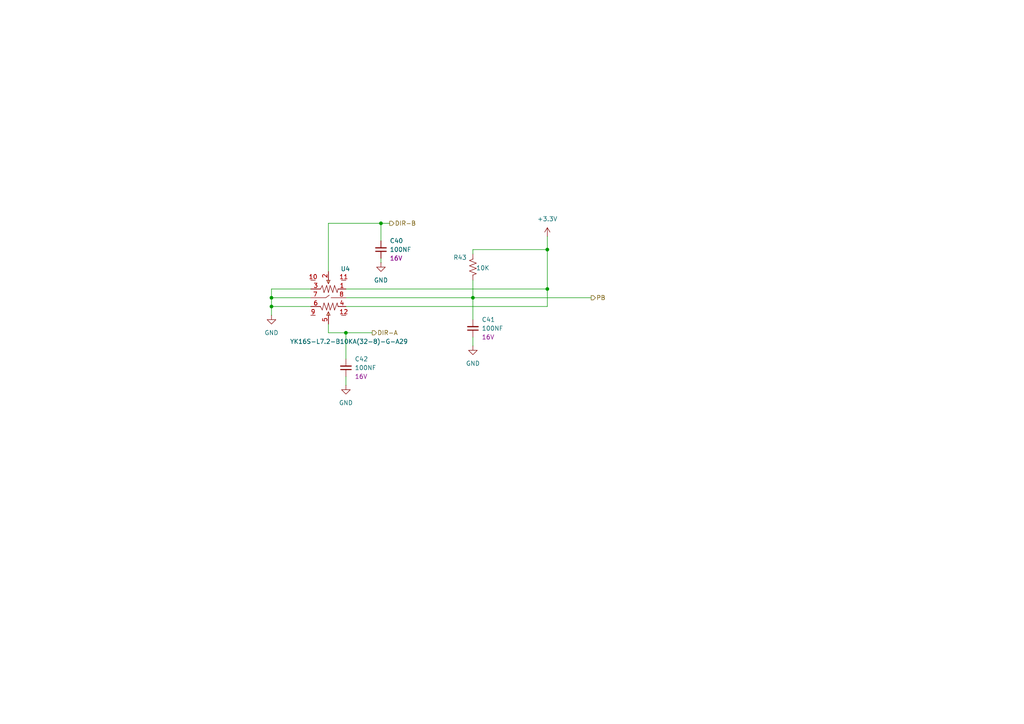
<source format=kicad_sch>
(kicad_sch (version 20250114) (generator "eeschema") (generator_version "9.0")
  (paper "A4")
  (title_block (title "RC-KAKATA-CONTROL") (date "2025-12-01") (rev "1.0") (company "ITLA-HUB"))
  (lib_symbols
    (symbol "EasyEDA:YK16S-L7.2-B10KA(32-8)-G-A29"
      (property "Reference" "U" (at 0 10.16 0))
      (property "Value" "YK16S-L7.2-B10KA(32-8)-G-A29" (at 0 -15.24 0))
      (symbol "YK16S-L7.2-B10KA(32-8)-G-A29_0_1"
        (polyline (pts (xy -2.54 -2.54) (xy -0.76 -2.54) (xy 0.25 -1.78)))
        (polyline (pts (xy -2.29 0) (xy -1.78 1.02)))
        (polyline (pts (xy -2.29 -5.08) (xy -1.78 -6.1)))
        (polyline (pts (xy -1.78 1.02) (xy -1.27 -1.02)))
        (polyline (pts (xy -1.78 -6.1) (xy -1.27 -4.06)))
        (polyline (pts (xy -1.27 -1.02) (xy -0.51 1.02)))
        (polyline (pts (xy -1.27 -4.06) (xy -0.51 -6.1)))
        (polyline (pts (xy -0.51 2.54) (xy 0 1.52) (xy 0.51 2.54) (xy -0.51 2.54)) (fill (type background)))
        (polyline (pts (xy -0.51 1.02) (xy 0 -1.02)))
        (polyline (pts (xy -0.51 -6.1) (xy 0 -4.06)))
        (polyline (pts (xy -0.51 -7.62) (xy 0 -6.6) (xy 0.51 -7.62) (xy -0.51 -7.62)) (fill (type background)))
        (polyline (pts (xy 0 2.54) (xy 0 1.52)))
        (polyline (pts (xy 0 -1.02) (xy 0.51 1.02)))
        (polyline (pts (xy 0 -4.06) (xy 0.51 -6.1)))
        (polyline (pts (xy 0 -7.62) (xy 0 -6.6)))
        (polyline (pts (xy 0.51 1.02) (xy 1.27 -1.02)))
        (polyline (pts (xy 0.51 -6.1) (xy 1.27 -4.06)))
        (polyline (pts (xy 1.27 -1.02) (xy 1.78 1.02)))
        (polyline (pts (xy 1.27 -4.06) (xy 1.78 -6.1)))
        (polyline (pts (xy 1.78 1.02) (xy 2.54 -1.02)))
        (polyline (pts (xy 1.78 -6.1) (xy 2.54 -4.06)))
        (polyline (pts (xy 2.54 -1.02) (xy 2.79 0)))
        (polyline (pts (xy 2.54 -4.06) (xy 2.79 -5.08)))
        (polyline (pts (xy 2.79 -2.54) (xy 0.76 -2.54)))
      )
      (symbol "YK16S-L7.2-B10KA(32-8)-G-A29_1_1"
        (pin unspecified line (at -5.08 2.54 0) (length 1.27) (name "") (number "10"))
        (pin unspecified line (at -5.08 0 0) (length 2.794) (name "") (number "3"))
        (pin unspecified line (at -5.08 -2.54 0) (length 2.54) (name "") (number "7"))
        (pin unspecified line (at -5.08 -5.08 0) (length 2.794) (name "") (number "6"))
        (pin unspecified line (at -5.08 -7.62 0) (length 1.27) (name "") (number "9"))
        (pin unspecified line (at 0 5.08 270) (length 2.54) (name "") (number "2"))
        (pin unspecified line (at 0 -10.16 90) (length 2.54) (name "") (number "5"))
        (pin unspecified line (at 5.08 2.54 180) (length 1.27) (name "") (number "11"))
        (pin unspecified line (at 5.08 0 180) (length 2.286) (name "") (number "1"))
        (pin unspecified line (at 5.08 -2.54 180) (length 2.54) (name "") (number "8"))
        (pin unspecified line (at 5.08 -5.08 180) (length 2.286) (name "") (number "4"))
        (pin unspecified line (at 5.08 -7.62 180) (length 1.27) (name "") (number "12"))
      )
    )
    (symbol "MG_CAPACITOR:CAP-0603-100NF-16V-X5R" (pin_numbers (hide yes)) (pin_names (offset 0.254) (hide yes))
      (property "Reference" "C" (at 1.905 1.27 0))
      (property "Value" "100NF" (at 4.826 -0.508 0))
      (property "V" "16V" (at 3.556 -2.54 0))
      (symbol "CAP-0603-100NF-16V-X5R_0_1"
        (polyline (pts (xy -1.524 0.508) (xy 1.524 0.508)) (stroke (width 0.3048)))
        (polyline (pts (xy -1.524 -0.508) (xy 1.524 -0.508)) (stroke (width 0.3302)))
      )
      (symbol "CAP-0603-100NF-16V-X5R_1_1"
        (pin passive line (at 0 2.54 270) (length 2.032) (name "~") (number "1"))
        (pin passive line (at 0 -2.54 90) (length 2.032) (name "~") (number "2"))
      )
    )
    (symbol "MG_RESISTOR:RES-0603-10K-1%" (pin_numbers (hide yes)) (pin_names (offset 0))
      (property "Reference" "R" (at 2.54 0 90))
      (property "Value" "10K" (at -2.54 0 90))
      (symbol "RES-0603-10K-1%_0_1"
        (polyline (pts (xy 0 2.286) (xy 0 2.54)))
        (polyline (pts (xy 0 2.286) (xy 1.016 1.905) (xy 0 1.524) (xy -1.016 1.143) (xy 0 0.762)))
        (polyline (pts (xy 0 0.762) (xy 1.016 0.381) (xy 0 0) (xy -1.016 -0.381) (xy 0 -0.762)))
        (polyline (pts (xy 0 -0.762) (xy 1.016 -1.143) (xy 0 -1.524) (xy -1.016 -1.905) (xy 0 -2.286)))
        (polyline (pts (xy 0 -2.286) (xy 0 -2.54)))
      )
      (symbol "RES-0603-10K-1%_1_1"
        (pin passive line (at 0 3.81 270) (length 1.27) (name "~") (number "1"))
        (pin passive line (at 0 -3.81 90) (length 1.27) (name "~") (number "2"))
      )
    )
    (symbol "power:+3.3V" (power) (pin_numbers (hide yes)) (pin_names (offset 0) (hide yes))
      (property "Value" "+3.3V" (at 0 3.556 0))
      (symbol "+3.3V_0_1"
        (polyline (pts (xy -0.762 1.27) (xy 0 2.54)))
        (polyline (pts (xy 0 2.54) (xy 0.762 1.27)))
        (polyline (pts (xy 0 0) (xy 0 2.54)))
      )
      (symbol "+3.3V_1_1"
        (pin power_in line (at 0 0 90) (length 0) (name "~") (number "1"))
      )
    )
    (symbol "power:GND" (power) (pin_numbers (hide yes)) (pin_names (offset 0) (hide yes))
      (property "Value" "GND" (at 0 -3.81 0))
      (symbol "GND_0_1"
        (polyline (pts (xy 0 0) (xy 0 -1.27) (xy 1.27 -1.27) (xy 0 -2.54) (xy -1.27 -1.27) (xy 0 -1.27)))
      )
      (symbol "GND_1_1"
        (pin power_in line (at 0 0 270) (length 0) (name "~") (number "1"))
      )
    )
  )
  (junction (at 137.16 86.36))
  (junction (at 110.49 64.77))
  (junction (at 158.75 83.82))
  (junction (at 100.33 96.52))
  (junction (at 78.74 86.36))
  (junction (at 78.74 88.9))
  (junction (at 158.75 72.39))
  (wire (pts (xy 137.16 97.79) (xy 137.16 100.33)))
  (wire (pts (xy 90.17 88.9) (xy 78.74 88.9)))
  (wire (pts (xy 110.49 74.93) (xy 110.49 76.2)))
  (wire (pts (xy 110.49 64.77) (xy 110.49 69.85)))
  (wire (pts (xy 100.33 109.22) (xy 100.33 111.76)))
  (wire (pts (xy 137.16 81.28) (xy 137.16 86.36)))
  (wire (pts (xy 78.74 83.82) (xy 78.74 86.36)))
  (wire (pts (xy 95.25 78.74) (xy 95.25 64.77)))
  (wire (pts (xy 100.33 88.9) (xy 158.75 88.9)))
  (wire (pts (xy 137.16 73.66) (xy 137.16 72.39)))
  (wire (pts (xy 95.25 64.77) (xy 110.49 64.77)))
  (wire (pts (xy 100.33 86.36) (xy 137.16 86.36)))
  (wire (pts (xy 95.25 93.98) (xy 95.25 96.52)))
  (wire (pts (xy 137.16 72.39) (xy 158.75 72.39)))
  (wire (pts (xy 95.25 96.52) (xy 100.33 96.52)))
  (wire (pts (xy 100.33 96.52) (xy 100.33 104.14)))
  (wire (pts (xy 100.33 96.52) (xy 107.95 96.52)))
  (wire (pts (xy 158.75 88.9) (xy 158.75 83.82)))
  (wire (pts (xy 158.75 68.58) (xy 158.75 72.39)))
  (wire (pts (xy 110.49 64.77) (xy 113.03 64.77)))
  (wire (pts (xy 137.16 86.36) (xy 137.16 92.71)))
  (wire (pts (xy 90.17 86.36) (xy 78.74 86.36)))
  (wire (pts (xy 100.33 83.82) (xy 158.75 83.82)))
  (wire (pts (xy 137.16 86.36) (xy 171.45 86.36)))
  (wire (pts (xy 78.74 88.9) (xy 78.74 91.44)))
  (wire (pts (xy 90.17 83.82) (xy 78.74 83.82)))
  (wire (pts (xy 158.75 72.39) (xy 158.75 83.82)))
  (wire (pts (xy 78.74 86.36) (xy 78.74 88.9)))
  (hierarchical_label "PB" (shape output) (at 171.45 86.36 0))
  (hierarchical_label "DIR-A" (shape output) (at 107.95 96.52 0))
  (hierarchical_label "DIR-B" (shape output) (at 113.03 64.77 0))
  (symbol (lib_id "power:GND") (at 100.33 111.76 0) (unit 1)
    (property "Reference" "#PWR110" (effects (hide yes)))
    (property "Value" "GND" (at 100.33 116.84 0))
    (property "Description" "Power symbol creates a global label with name \"GND\" , ground" (effects (hide yes)))
  )
  (symbol (lib_id "MG_CAPACITOR:CAP-0603-100NF-16V-X5R") (at 137.16 95.25 180) (unit 1)
    (property "Reference" "C41" (at 139.7 92.7035 0) (effects (justify right)))
    (property "Value" "100NF" (at 139.7 95.2435 0) (effects (justify right)))
    (property "Footprint" "4ms_Capacitor:C_0603" (effects (hide yes)))
    (property "Description" "0.1uF, Min. 16V 10%, X7R or X5R or similar" (effects (hide yes)))
    (property "Specifications" "0.1uF, Min. 16V 10%, X7R or X5R or similar" (effects (hide yes)))
    (property "Manufacturer" "AVX Corporation" (effects (hide yes)))
    (property "Part Number" "0603YC104KAT2A" (effects (hide yes)))
    (property "Display" "0.1uF" (effects (hide yes)))
    (property "JLCPCB ID" "C14663" (effects (hide yes)))
    (property "V" "16V" (at 139.7 97.7835 0) (effects (justify right)))
  )
  (symbol (lib_id "MG_CAPACITOR:CAP-0603-100NF-16V-X5R") (at 100.33 106.68 180) (unit 1)
    (property "Reference" "C42" (at 102.87 104.1335 0) (effects (justify right)))
    (property "Value" "100NF" (at 102.87 106.6735 0) (effects (justify right)))
    (property "Footprint" "4ms_Capacitor:C_0603" (effects (hide yes)))
    (property "Description" "0.1uF, Min. 16V 10%, X7R or X5R or similar" (effects (hide yes)))
    (property "Specifications" "0.1uF, Min. 16V 10%, X7R or X5R or similar" (effects (hide yes)))
    (property "Manufacturer" "AVX Corporation" (effects (hide yes)))
    (property "Part Number" "0603YC104KAT2A" (effects (hide yes)))
    (property "Display" "0.1uF" (effects (hide yes)))
    (property "JLCPCB ID" "C14663" (effects (hide yes)))
    (property "V" "16V" (at 102.87 109.2135 0) (effects (justify right)))
  )
  (symbol (lib_id "power:GND") (at 137.16 100.33 0) (unit 1)
    (property "Reference" "#PWR108" (effects (hide yes)))
    (property "Value" "GND" (at 137.16 105.41 0))
    (property "Description" "Power symbol creates a global label with name \"GND\" , ground" (effects (hide yes)))
  )
  (symbol (lib_id "power:GND") (at 110.49 76.2 0) (unit 1)
    (property "Reference" "#PWR109" (effects (hide yes)))
    (property "Value" "GND" (at 110.49 81.28 0))
    (property "Description" "Power symbol creates a global label with name \"GND\" , ground" (effects (hide yes)))
  )
  (symbol (lib_id "MG_RESISTOR:RES-0603-10K-1%") (at 137.16 77.47 0) (mirror y) (unit 1)
    (property "Reference" "R43" (at 135.382 74.676 0) (effects (justify left)))
    (property "Value" "10K" (at 141.986 77.724 0) (effects (justify left)))
    (property "Footprint" "4ms_Resistor:R_0603" (effects (hide yes)))
    (property "Description" "Resistor, US symbol" (effects (hide yes)))
    (property "TOL" "1%" (effects (hide yes)))
    (property "PWR" "1/10" (effects (hide yes)))
    (property "Part Number" "RC0603FR-0710KL" (effects (hide yes)))
    (property "Manufacturer" "YAGEO" (effects (hide yes)))
    (property "Footprint Name" "0603" (effects (hide yes)))
  )
  (symbol (lib_id "power:GND") (at 78.74 91.44 0) (unit 1)
    (property "Reference" "#PWR106" (effects (hide yes)))
    (property "Value" "GND" (at 78.74 96.52 0))
    (property "Description" "Power symbol creates a global label with name \"GND\" , ground" (effects (hide yes)))
  )
  (symbol (lib_id "EasyEDA:YK16S-L7.2-B10KA(32-8)-G-A29") (at 95.25 83.82 0) (unit 1)
    (property "Reference" "U4" (at 98.806 77.978 0) (effects (justify left)))
    (property "Value" "YK16S-L7.2-B10KA(32-8)-G-A29" (at 84.074 99.06 0) (effects (justify left)))
    (property "Footprint" "EasyEDA:JOYTICK-TH_YF16S-FL7.2-B5KB-45-10-Y_1" (effects (hide yes)))
    (property "LCSC Part" "C37323746" (effects (hide yes)))
  )
  (symbol (lib_id "power:+3.3V") (at 158.75 68.58 0) (unit 1)
    (property "Reference" "#PWR107" (effects (hide yes)))
    (property "Value" "+3.3V" (at 158.75 63.5 0))
    (property "Description" "Power symbol creates a global label with name \"+3.3V\"" (effects (hide yes)))
  )
  (symbol (lib_id "MG_CAPACITOR:CAP-0603-100NF-16V-X5R") (at 110.49 72.39 180) (unit 1)
    (property "Reference" "C40" (at 113.03 69.8435 0) (effects (justify right)))
    (property "Value" "100NF" (at 113.03 72.3835 0) (effects (justify right)))
    (property "Footprint" "4ms_Capacitor:C_0603" (effects (hide yes)))
    (property "Description" "0.1uF, Min. 16V 10%, X7R or X5R or similar" (effects (hide yes)))
    (property "Specifications" "0.1uF, Min. 16V 10%, X7R or X5R or similar" (effects (hide yes)))
    (property "Manufacturer" "AVX Corporation" (effects (hide yes)))
    (property "Part Number" "0603YC104KAT2A" (effects (hide yes)))
    (property "Display" "0.1uF" (effects (hide yes)))
    (property "JLCPCB ID" "C14663" (effects (hide yes)))
    (property "V" "16V" (at 113.03 74.9235 0) (effects (justify right)))
  )
)
</source>
